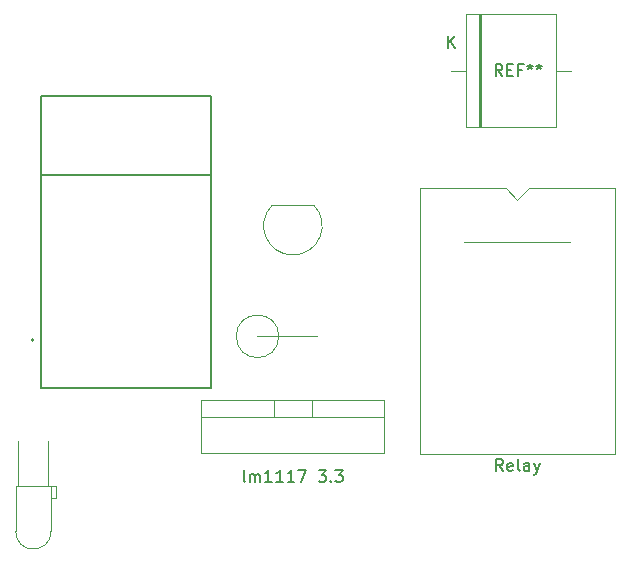
<source format=gbr>
%TF.GenerationSoftware,KiCad,Pcbnew,8.0.1*%
%TF.CreationDate,2024-09-13T19:12:23+01:00*%
%TF.ProjectId,switch,73776974-6368-42e6-9b69-6361645f7063,rev?*%
%TF.SameCoordinates,Original*%
%TF.FileFunction,AssemblyDrawing,Top*%
%FSLAX46Y46*%
G04 Gerber Fmt 4.6, Leading zero omitted, Abs format (unit mm)*
G04 Created by KiCad (PCBNEW 8.0.1) date 2024-09-13 19:12:23*
%MOMM*%
%LPD*%
G01*
G04 APERTURE LIST*
%ADD10C,0.150000*%
%ADD11C,0.100000*%
%ADD12C,0.127000*%
%ADD13C,0.200000*%
G04 APERTURE END LIST*
D10*
X165785713Y-104904819D02*
X165452380Y-104428628D01*
X165214285Y-104904819D02*
X165214285Y-103904819D01*
X165214285Y-103904819D02*
X165595237Y-103904819D01*
X165595237Y-103904819D02*
X165690475Y-103952438D01*
X165690475Y-103952438D02*
X165738094Y-104000057D01*
X165738094Y-104000057D02*
X165785713Y-104095295D01*
X165785713Y-104095295D02*
X165785713Y-104238152D01*
X165785713Y-104238152D02*
X165738094Y-104333390D01*
X165738094Y-104333390D02*
X165690475Y-104381009D01*
X165690475Y-104381009D02*
X165595237Y-104428628D01*
X165595237Y-104428628D02*
X165214285Y-104428628D01*
X166595237Y-104857200D02*
X166499999Y-104904819D01*
X166499999Y-104904819D02*
X166309523Y-104904819D01*
X166309523Y-104904819D02*
X166214285Y-104857200D01*
X166214285Y-104857200D02*
X166166666Y-104761961D01*
X166166666Y-104761961D02*
X166166666Y-104381009D01*
X166166666Y-104381009D02*
X166214285Y-104285771D01*
X166214285Y-104285771D02*
X166309523Y-104238152D01*
X166309523Y-104238152D02*
X166499999Y-104238152D01*
X166499999Y-104238152D02*
X166595237Y-104285771D01*
X166595237Y-104285771D02*
X166642856Y-104381009D01*
X166642856Y-104381009D02*
X166642856Y-104476247D01*
X166642856Y-104476247D02*
X166166666Y-104571485D01*
X167214285Y-104904819D02*
X167119047Y-104857200D01*
X167119047Y-104857200D02*
X167071428Y-104761961D01*
X167071428Y-104761961D02*
X167071428Y-103904819D01*
X168023809Y-104904819D02*
X168023809Y-104381009D01*
X168023809Y-104381009D02*
X167976190Y-104285771D01*
X167976190Y-104285771D02*
X167880952Y-104238152D01*
X167880952Y-104238152D02*
X167690476Y-104238152D01*
X167690476Y-104238152D02*
X167595238Y-104285771D01*
X168023809Y-104857200D02*
X167928571Y-104904819D01*
X167928571Y-104904819D02*
X167690476Y-104904819D01*
X167690476Y-104904819D02*
X167595238Y-104857200D01*
X167595238Y-104857200D02*
X167547619Y-104761961D01*
X167547619Y-104761961D02*
X167547619Y-104666723D01*
X167547619Y-104666723D02*
X167595238Y-104571485D01*
X167595238Y-104571485D02*
X167690476Y-104523866D01*
X167690476Y-104523866D02*
X167928571Y-104523866D01*
X167928571Y-104523866D02*
X168023809Y-104476247D01*
X168404762Y-104238152D02*
X168642857Y-104904819D01*
X168880952Y-104238152D02*
X168642857Y-104904819D01*
X168642857Y-104904819D02*
X168547619Y-105142914D01*
X168547619Y-105142914D02*
X168500000Y-105190533D01*
X168500000Y-105190533D02*
X168404762Y-105238152D01*
X143976190Y-105829819D02*
X143880952Y-105782200D01*
X143880952Y-105782200D02*
X143833333Y-105686961D01*
X143833333Y-105686961D02*
X143833333Y-104829819D01*
X144357143Y-105829819D02*
X144357143Y-105163152D01*
X144357143Y-105258390D02*
X144404762Y-105210771D01*
X144404762Y-105210771D02*
X144500000Y-105163152D01*
X144500000Y-105163152D02*
X144642857Y-105163152D01*
X144642857Y-105163152D02*
X144738095Y-105210771D01*
X144738095Y-105210771D02*
X144785714Y-105306009D01*
X144785714Y-105306009D02*
X144785714Y-105829819D01*
X144785714Y-105306009D02*
X144833333Y-105210771D01*
X144833333Y-105210771D02*
X144928571Y-105163152D01*
X144928571Y-105163152D02*
X145071428Y-105163152D01*
X145071428Y-105163152D02*
X145166667Y-105210771D01*
X145166667Y-105210771D02*
X145214286Y-105306009D01*
X145214286Y-105306009D02*
X145214286Y-105829819D01*
X146214285Y-105829819D02*
X145642857Y-105829819D01*
X145928571Y-105829819D02*
X145928571Y-104829819D01*
X145928571Y-104829819D02*
X145833333Y-104972676D01*
X145833333Y-104972676D02*
X145738095Y-105067914D01*
X145738095Y-105067914D02*
X145642857Y-105115533D01*
X147166666Y-105829819D02*
X146595238Y-105829819D01*
X146880952Y-105829819D02*
X146880952Y-104829819D01*
X146880952Y-104829819D02*
X146785714Y-104972676D01*
X146785714Y-104972676D02*
X146690476Y-105067914D01*
X146690476Y-105067914D02*
X146595238Y-105115533D01*
X148119047Y-105829819D02*
X147547619Y-105829819D01*
X147833333Y-105829819D02*
X147833333Y-104829819D01*
X147833333Y-104829819D02*
X147738095Y-104972676D01*
X147738095Y-104972676D02*
X147642857Y-105067914D01*
X147642857Y-105067914D02*
X147547619Y-105115533D01*
X148452381Y-104829819D02*
X149119047Y-104829819D01*
X149119047Y-104829819D02*
X148690476Y-105829819D01*
X150166667Y-104829819D02*
X150785714Y-104829819D01*
X150785714Y-104829819D02*
X150452381Y-105210771D01*
X150452381Y-105210771D02*
X150595238Y-105210771D01*
X150595238Y-105210771D02*
X150690476Y-105258390D01*
X150690476Y-105258390D02*
X150738095Y-105306009D01*
X150738095Y-105306009D02*
X150785714Y-105401247D01*
X150785714Y-105401247D02*
X150785714Y-105639342D01*
X150785714Y-105639342D02*
X150738095Y-105734580D01*
X150738095Y-105734580D02*
X150690476Y-105782200D01*
X150690476Y-105782200D02*
X150595238Y-105829819D01*
X150595238Y-105829819D02*
X150309524Y-105829819D01*
X150309524Y-105829819D02*
X150214286Y-105782200D01*
X150214286Y-105782200D02*
X150166667Y-105734580D01*
X151214286Y-105734580D02*
X151261905Y-105782200D01*
X151261905Y-105782200D02*
X151214286Y-105829819D01*
X151214286Y-105829819D02*
X151166667Y-105782200D01*
X151166667Y-105782200D02*
X151214286Y-105734580D01*
X151214286Y-105734580D02*
X151214286Y-105829819D01*
X151595238Y-104829819D02*
X152214285Y-104829819D01*
X152214285Y-104829819D02*
X151880952Y-105210771D01*
X151880952Y-105210771D02*
X152023809Y-105210771D01*
X152023809Y-105210771D02*
X152119047Y-105258390D01*
X152119047Y-105258390D02*
X152166666Y-105306009D01*
X152166666Y-105306009D02*
X152214285Y-105401247D01*
X152214285Y-105401247D02*
X152214285Y-105639342D01*
X152214285Y-105639342D02*
X152166666Y-105734580D01*
X152166666Y-105734580D02*
X152119047Y-105782200D01*
X152119047Y-105782200D02*
X152023809Y-105829819D01*
X152023809Y-105829819D02*
X151738095Y-105829819D01*
X151738095Y-105829819D02*
X151642857Y-105782200D01*
X151642857Y-105782200D02*
X151595238Y-105734580D01*
X161158095Y-69054819D02*
X161158095Y-68054819D01*
X161729523Y-69054819D02*
X161300952Y-68483390D01*
X161729523Y-68054819D02*
X161158095Y-68626247D01*
X165738166Y-71454819D02*
X165404833Y-70978628D01*
X165166738Y-71454819D02*
X165166738Y-70454819D01*
X165166738Y-70454819D02*
X165547690Y-70454819D01*
X165547690Y-70454819D02*
X165642928Y-70502438D01*
X165642928Y-70502438D02*
X165690547Y-70550057D01*
X165690547Y-70550057D02*
X165738166Y-70645295D01*
X165738166Y-70645295D02*
X165738166Y-70788152D01*
X165738166Y-70788152D02*
X165690547Y-70883390D01*
X165690547Y-70883390D02*
X165642928Y-70931009D01*
X165642928Y-70931009D02*
X165547690Y-70978628D01*
X165547690Y-70978628D02*
X165166738Y-70978628D01*
X166166738Y-70931009D02*
X166500071Y-70931009D01*
X166642928Y-71454819D02*
X166166738Y-71454819D01*
X166166738Y-71454819D02*
X166166738Y-70454819D01*
X166166738Y-70454819D02*
X166642928Y-70454819D01*
X167404833Y-70931009D02*
X167071500Y-70931009D01*
X167071500Y-71454819D02*
X167071500Y-70454819D01*
X167071500Y-70454819D02*
X167547690Y-70454819D01*
X168071500Y-70454819D02*
X168071500Y-70692914D01*
X167833405Y-70597676D02*
X168071500Y-70692914D01*
X168071500Y-70692914D02*
X168309595Y-70597676D01*
X167928643Y-70883390D02*
X168071500Y-70692914D01*
X168071500Y-70692914D02*
X168214357Y-70883390D01*
X168833405Y-70454819D02*
X168833405Y-70692914D01*
X168595310Y-70597676D02*
X168833405Y-70692914D01*
X168833405Y-70692914D02*
X169071500Y-70597676D01*
X168690548Y-70883390D02*
X168833405Y-70692914D01*
X168833405Y-70692914D02*
X168976262Y-70883390D01*
D11*
%TO.C,REF\u002A\u002A*%
X158750000Y-80950000D02*
X166000000Y-80950000D01*
X158750000Y-103450000D02*
X158750000Y-80950000D01*
X162500000Y-85500000D02*
X171500000Y-85500000D01*
X166000000Y-80950000D02*
X167000000Y-81950000D01*
X167000000Y-81950000D02*
X168000000Y-80950000D01*
X168000000Y-80950000D02*
X175250000Y-80950000D01*
X175250000Y-80950000D02*
X175250000Y-103450000D01*
X175250000Y-103450000D02*
X158750000Y-103450000D01*
X140250000Y-98875000D02*
X140250000Y-103375000D01*
X140250000Y-100375000D02*
X155750000Y-100375000D01*
X140250000Y-103375000D02*
X155750000Y-103375000D01*
X146400000Y-98875000D02*
X146400000Y-100375000D01*
X149600000Y-98875000D02*
X149600000Y-100375000D01*
X155750000Y-98875000D02*
X140250000Y-98875000D01*
X155750000Y-103375000D02*
X155750000Y-98875000D01*
%TO.C,led*%
X124520000Y-106210000D02*
X124520000Y-110010000D01*
X124520000Y-106210000D02*
X127520000Y-106210000D01*
X124750000Y-102400000D02*
X124750000Y-102400000D01*
X124750000Y-102400000D02*
X124750000Y-106210000D01*
X124750000Y-106210000D02*
X124750000Y-102400000D01*
X124750000Y-106210000D02*
X124750000Y-106210000D01*
X127290000Y-102400000D02*
X127290000Y-102400000D01*
X127290000Y-102400000D02*
X127290000Y-106210000D01*
X127290000Y-106210000D02*
X127290000Y-102400000D01*
X127290000Y-106210000D02*
X127290000Y-106210000D01*
X127520000Y-106210000D02*
X127520000Y-110010000D01*
X127520000Y-106210000D02*
X127920000Y-106210000D01*
X127520000Y-107210000D02*
X127520000Y-106210000D01*
X127920000Y-106210000D02*
X127920000Y-107210000D01*
X127920000Y-107210000D02*
X127520000Y-107210000D01*
X127520000Y-110010000D02*
G75*
G02*
X124520000Y-110010000I-1500000J0D01*
G01*
%TO.C,REF\u002A\u002A*%
X161420000Y-71000000D02*
X162690000Y-71000000D01*
X162690000Y-66235000D02*
X162690000Y-75765000D01*
X162690000Y-75765000D02*
X170310000Y-75765000D01*
X163733000Y-66235000D02*
X163733000Y-75765000D01*
X163833000Y-66235000D02*
X163833000Y-75765000D01*
X163933000Y-66235000D02*
X163933000Y-75765000D01*
X170310000Y-66235000D02*
X162690000Y-66235000D01*
X170310000Y-75765000D02*
X170310000Y-66235000D01*
X171580000Y-71000000D02*
X170310000Y-71000000D01*
X145000000Y-93500000D02*
X150080000Y-93500000D01*
X146800000Y-93500000D02*
G75*
G02*
X143200000Y-93500000I-1800000J0D01*
G01*
X143200000Y-93500000D02*
G75*
G02*
X146800000Y-93500000I1800000J0D01*
G01*
%TO.C,BC547*%
X149770000Y-82390000D02*
X146270000Y-82390000D01*
X148000000Y-86620000D02*
G75*
G02*
X146246375Y-82386375I0J2480000D01*
G01*
X149753625Y-82386375D02*
G75*
G02*
X148000000Y-86620000I-1753625J-1753625D01*
G01*
D12*
%TO.C,ESP01*%
X126690000Y-73150000D02*
X141090000Y-73150000D01*
X126690000Y-79850000D02*
X126690000Y-73150000D01*
X126690000Y-97850000D02*
X126690000Y-79850000D01*
X141090000Y-73150000D02*
X141090000Y-79850000D01*
X141090000Y-79850000D02*
X126690000Y-79850000D01*
X141090000Y-79850000D02*
X141090000Y-97850000D01*
X141090000Y-97850000D02*
X126690000Y-97850000D01*
D13*
X126040000Y-93810000D02*
G75*
G02*
X125840000Y-93810000I-100000J0D01*
G01*
X125840000Y-93810000D02*
G75*
G02*
X126040000Y-93810000I100000J0D01*
G01*
%TD*%
M02*

</source>
